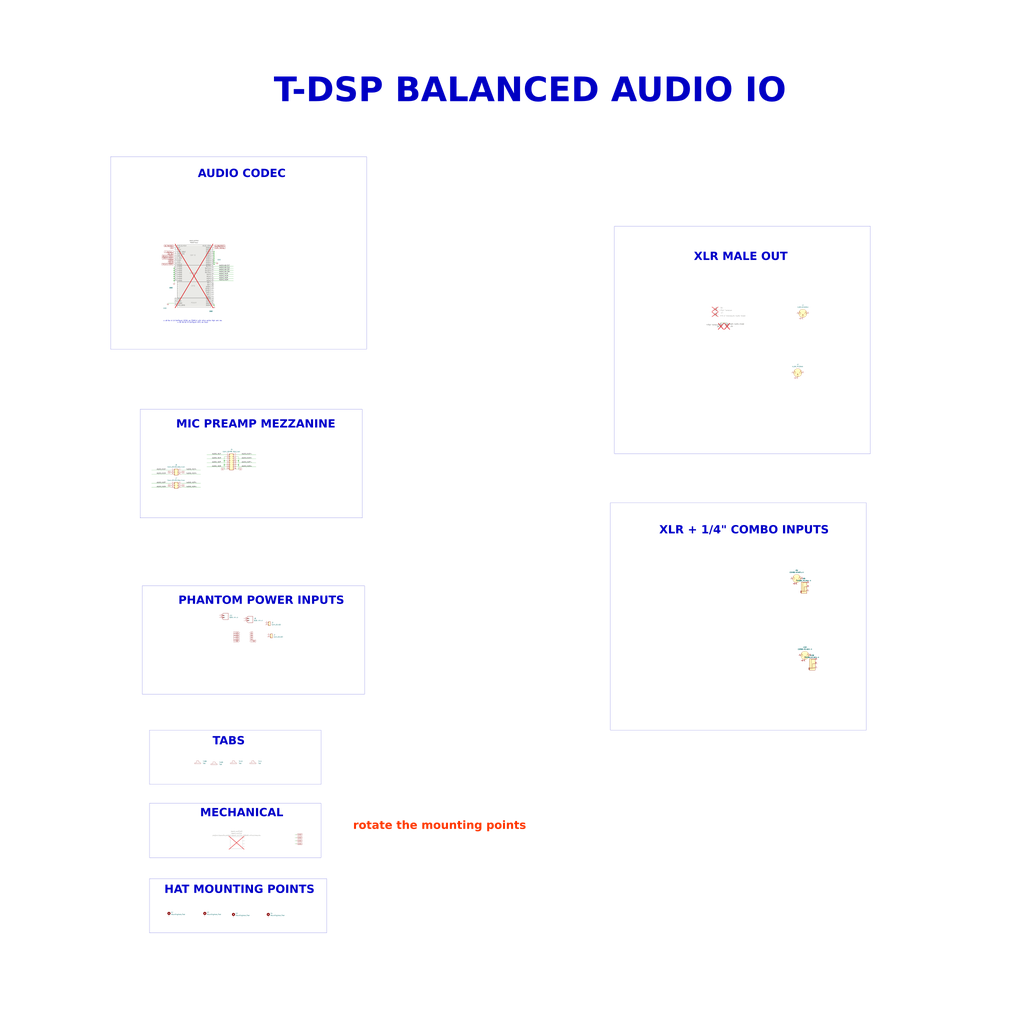
<source format=kicad_sch>
(kicad_sch (version 20250114) (generator "eeschema") (generator_version "9.0")
  (paper "User" 1270 1270)
  (lib_symbols
    (symbol "COMBO_XLR_NCJ6FI-H-0:COMBO_NCJ6FA-H" (pin_names (hide yes))
      (property "Reference" "J" (at 3.81 6.35 0))
      (property "Value" "COMBO_NCJ6FA-H" (at 0 -6.35 0))
      (symbol "COMBO_NCJ6FA-H_1_1"
        (polyline (pts (xy -5.08 0) (xy -4.572 0)))
        (circle (center -3.556 0) (radius 1.016))
        (polyline (pts (xy -2.54 -5.08) (xy -2.54 -4.445)))
        (circle (center 0 0) (radius 5.08) (fill (type background)))
        (circle (center 0 -3.556) (radius 1.016))
        (polyline (pts (xy 0 -5.08) (xy 0 -4.572)))
        (circle (center 3.556 0) (radius 1.016))
        (polyline (pts (xy 5.08 0) (xy 4.572 0)))
        (text "1" (at -3.556 1.778 0) (effects (font (size 1.016 1.016) (bold yes))))
        (text "3" (at 0 -1.778 0) (effects (font (size 1.016 1.016) (bold yes))))
        (text "2" (at 3.556 1.778 0) (effects (font (size 1.016 1.016) (bold yes))))
        (pin passive line (at -7.62 0 0) (length 2.54) (name "~") (number "1"))
        (pin passive line (at -2.54 -7.62 90) (length 2.54) (name "~") (number "G"))
        (pin passive line (at 0 -7.62 90) (length 2.54) (name "~") (number "3"))
        (pin passive line (at 7.62 0 180) (length 2.54) (name "~") (number "2"))
      )
      (symbol "COMBO_NCJ6FA-H_2_0"
        (text "S" (at -3.175 -6.35 0) (effects (font (size 0.762 0.762))))
        (text "R" (at -1.27 -6.35 0) (effects (font (size 0.762 0.762))))
        (text "T" (at 0.635 -6.35 0) (effects (font (size 0.762 0.762))))
      )
      (symbol "COMBO_NCJ6FA-H_2_1"
        (rectangle (start -4.445 -7.62) (end -5.207 -5.08) (fill (type outline)))
        (polyline (pts (xy -1.905 -5.08) (xy -1.27 -5.715) (xy -0.635 -5.08) (xy -0.635 0) (xy 2.54 0)) (stroke (width 0.254)))
        (polyline (pts (xy 0 -5.08) (xy 0.635 -5.715) (xy 1.27 -5.08) (xy 2.54 -5.08)) (stroke (width 0.254)))
        (polyline (pts (xy 2.54 5.08) (xy -2.54 5.08) (xy -2.54 -5.08) (xy -3.175 -5.715) (xy -3.81 -5.08)) (stroke (width 0.254)))
        (rectangle (start 2.54 -8.255) (end -4.572 5.715) (stroke (width 0.254)) (fill (type background)))
        (pin passive line (at 5.08 5.08 180) (length 2.54) (name "~") (number "S"))
        (pin passive line (at 5.08 0 180) (length 2.54) (name "~") (number "R"))
        (pin passive line (at 5.08 -5.08 180) (length 2.54) (name "~") (number "T"))
      )
    )
    (symbol "Connector_Generic:Conn_01x02" (pin_names (offset 1.016) (hide yes))
      (property "Reference" "J" (at 0 2.54 0))
      (property "Value" "Conn_01x02" (at 0 -5.08 0))
      (symbol "Conn_01x02_1_1"
        (rectangle (start -1.27 1.27) (end 1.27 -3.81) (stroke (width 0.254)) (fill (type background)))
        (rectangle (start -1.27 0.127) (end 0 -0.127) (stroke (width 0.1524)))
        (rectangle (start -1.27 -2.413) (end 0 -2.667) (stroke (width 0.1524)))
        (pin passive line (at -5.08 0 0) (length 3.81) (name "Pin_1") (number "1"))
        (pin passive line (at -5.08 -2.54 0) (length 3.81) (name "Pin_2") (number "2"))
      )
    )
    (symbol "Connector_Generic:Conn_02x03_Odd_Even" (pin_names (offset 1.016) (hide yes))
      (property "Reference" "J" (at 1.27 5.08 0))
      (property "Value" "Conn_02x03_Odd_Even" (at 1.27 -5.08 0))
      (symbol "Conn_02x03_Odd_Even_1_1"
        (rectangle (start -1.27 3.81) (end 3.81 -3.81) (stroke (width 0.254)) (fill (type background)))
        (rectangle (start -1.27 2.667) (end 0 2.413) (stroke (width 0.1524)))
        (rectangle (start -1.27 0.127) (end 0 -0.127) (stroke (width 0.1524)))
        (rectangle (start -1.27 -2.413) (end 0 -2.667) (stroke (width 0.1524)))
        (rectangle (start 3.81 2.667) (end 2.54 2.413) (stroke (width 0.1524)))
        (rectangle (start 3.81 0.127) (end 2.54 -0.127) (stroke (width 0.1524)))
        (rectangle (start 3.81 -2.413) (end 2.54 -2.667) (stroke (width 0.1524)))
        (pin passive line (at -5.08 2.54 0) (length 3.81) (name "Pin_1") (number "1"))
        (pin passive line (at -5.08 0 0) (length 3.81) (name "Pin_3") (number "3"))
        (pin passive line (at -5.08 -2.54 0) (length 3.81) (name "Pin_5") (number "5"))
        (pin passive line (at 7.62 2.54 180) (length 3.81) (name "Pin_2") (number "2"))
        (pin passive line (at 7.62 0 180) (length 3.81) (name "Pin_4") (number "4"))
        (pin passive line (at 7.62 -2.54 180) (length 3.81) (name "Pin_6") (number "6"))
      )
    )
    (symbol "Connector_Generic:Conn_02x08_Odd_Even" (pin_names (offset 1.016) (hide yes))
      (property "Reference" "J" (at 1.27 10.16 0))
      (property "Value" "Conn_02x08_Odd_Even" (at 1.27 -12.7 0))
      (symbol "Conn_02x08_Odd_Even_1_1"
        (rectangle (start -1.27 8.89) (end 3.81 -11.43) (stroke (width 0.254)) (fill (type background)))
        (rectangle (start -1.27 7.747) (end 0 7.493) (stroke (width 0.1524)))
        (rectangle (start -1.27 5.207) (end 0 4.953) (stroke (width 0.1524)))
        (rectangle (start -1.27 2.667) (end 0 2.413) (stroke (width 0.1524)))
        (rectangle (start -1.27 0.127) (end 0 -0.127) (stroke (width 0.1524)))
        (rectangle (start -1.27 -2.413) (end 0 -2.667) (stroke (width 0.1524)))
        (rectangle (start -1.27 -4.953) (end 0 -5.207) (stroke (width 0.1524)))
        (rectangle (start -1.27 -7.493) (end 0 -7.747) (stroke (width 0.1524)))
        (rectangle (start -1.27 -10.033) (end 0 -10.287) (stroke (width 0.1524)))
        (rectangle (start 3.81 7.747) (end 2.54 7.493) (stroke (width 0.1524)))
        (rectangle (start 3.81 5.207) (end 2.54 4.953) (stroke (width 0.1524)))
        (rectangle (start 3.81 2.667) (end 2.54 2.413) (stroke (width 0.1524)))
        (rectangle (start 3.81 0.127) (end 2.54 -0.127) (stroke (width 0.1524)))
        (rectangle (start 3.81 -2.413) (end 2.54 -2.667) (stroke (width 0.1524)))
        (rectangle (start 3.81 -4.953) (end 2.54 -5.207) (stroke (width 0.1524)))
        (rectangle (start 3.81 -7.493) (end 2.54 -7.747) (stroke (width 0.1524)))
        (rectangle (start 3.81 -10.033) (end 2.54 -10.287) (stroke (width 0.1524)))
        (pin passive line (at -5.08 7.62 0) (length 3.81) (name "Pin_1") (number "1"))
        (pin passive line (at -5.08 5.08 0) (length 3.81) (name "Pin_3") (number "3"))
        (pin passive line (at -5.08 2.54 0) (length 3.81) (name "Pin_5") (number "5"))
        (pin passive line (at -5.08 0 0) (length 3.81) (name "Pin_7") (number "7"))
        (pin passive line (at -5.08 -2.54 0) (length 3.81) (name "Pin_9") (number "9"))
        (pin passive line (at -5.08 -5.08 0) (length 3.81) (name "Pin_11") (number "11"))
        (pin passive line (at -5.08 -7.62 0) (length 3.81) (name "Pin_13") (number "13"))
        (pin passive line (at -5.08 -10.16 0) (length 3.81) (name "Pin_15") (number "15"))
        (pin passive line (at 7.62 7.62 180) (length 3.81) (name "Pin_2") (number "2"))
        (pin passive line (at 7.62 5.08 180) (length 3.81) (name "Pin_4") (number "4"))
        (pin passive line (at 7.62 2.54 180) (length 3.81) (name "Pin_6") (number "6"))
        (pin passive line (at 7.62 0 180) (length 3.81) (name "Pin_8") (number "8"))
        (pin passive line (at 7.62 -2.54 180) (length 3.81) (name "Pin_10") (number "10"))
        (pin passive line (at 7.62 -5.08 180) (length 3.81) (name "Pin_12") (number "12"))
        (pin passive line (at 7.62 -7.62 180) (length 3.81) (name "Pin_14") (number "14"))
        (pin passive line (at 7.62 -10.16 180) (length 3.81) (name "Pin_16") (number "16"))
      )
    )
    (symbol "Device:C_Polarized" (pin_numbers (hide yes)) (pin_names (offset 0.254))
      (property "Reference" "C" (at 0.635 2.54 0))
      (property "Value" "C_Polarized" (at 0.635 -2.54 0))
      (symbol "C_Polarized_0_1"
        (rectangle (start -2.286 0.508) (end 2.286 1.016))
        (polyline (pts (xy -1.778 2.286) (xy -0.762 2.286)))
        (polyline (pts (xy -1.27 2.794) (xy -1.27 1.778)))
        (rectangle (start 2.286 -0.508) (end -2.286 -1.016) (fill (type outline)))
      )
      (symbol "C_Polarized_1_1"
        (pin passive line (at 0 3.81 270) (length 2.794) (name "~") (number "1"))
        (pin passive line (at 0 -3.81 90) (length 2.794) (name "~") (number "2"))
      )
    )
    (symbol "JST_B2B-XH-A:B2B-XH-A" (pin_names (offset 1.016))
      (property "Reference" "J" (at -2.54 6.35 0))
      (property "Value" "B2B-XH-A" (at -2.54 -5.08 0))
      (symbol "B2B-XH-A_0_0"
        (polyline (pts (xy -3.81 3.81) (xy -3.81 -1.27)) (stroke (width 0.254)))
        (polyline (pts (xy -3.81 3.81) (xy -2.54 5.08)) (stroke (width 0.254)))
        (polyline (pts (xy -3.81 -1.27) (xy -2.54 -2.54)) (stroke (width 0.254)))
        (rectangle (start -3.175 2.2225) (end -1.5875 2.8575) (stroke (width 0.1)) (fill (type outline)))
        (rectangle (start -3.175 -0.3175) (end -1.5875 0.3175) (stroke (width 0.1)) (fill (type outline)))
        (polyline (pts (xy -2.54 -2.54) (xy 3.81 -2.54)) (stroke (width 0.254)))
        (polyline (pts (xy 3.81 5.08) (xy -2.54 5.08)) (stroke (width 0.254)))
        (polyline (pts (xy 3.81 -2.54) (xy 3.81 5.08)) (stroke (width 0.254)))
        (pin passive line (at -7.62 2.54 0) (length 5.08) (name "1") (number "1"))
        (pin passive line (at -7.62 0 0) (length 5.08) (name "2") (number "2"))
      )
    )
    (symbol "Mechanical:MountingHole_Pad" (pin_numbers (hide yes)) (pin_names (offset 1.016) (hide yes)) (in_bom no)
      (property "Reference" "H" (at 0 6.35 0))
      (property "Value" "MountingHole_Pad" (at 0 4.445 0))
      (symbol "MountingHole_Pad_0_1"
        (circle (center 0 1.27) (radius 1.27) (stroke (width 1.27)))
      )
      (symbol "MountingHole_Pad_1_1"
        (pin input line (at 0 -2.54 90) (length 2.54) (name "1") (number "1"))
      )
    )
    (symbol "TEENSY_4.0_PCM5242-rescue:GND-power" (power) (pin_names (offset 0))
      (property "Value" "GND-power" (at 0 -3.81 0))
      (symbol "GND-power_0_1"
        (polyline (pts (xy 0 0) (xy 0 -1.27) (xy 1.27 -1.27) (xy 0 -2.54) (xy -1.27 -1.27) (xy 0 -1.27)))
      )
      (symbol "GND-power_1_1"
        (pin power_in line (at 0 0 270) (length 0) (hide yes) (name "GND") (number "1"))
      )
    )
    (symbol "XLRM_NC3MAH:XLRM_NC3MAH" (pin_names (hide yes))
      (property "Reference" "J" (at 0 8.89 0))
      (property "Value" "XLRM_NC3MAH" (at 0 6.35 0))
      (symbol "XLRM_NC3MAH_0_1"
        (polyline (pts (xy -5.08 0) (xy -4.572 0)))
        (circle (center -3.556 0) (radius 1.016))
        (polyline (pts (xy -2.54 -5.08) (xy -2.54 -4.445)))
        (circle (center 0 0) (radius 5.08) (fill (type background)))
        (circle (center 0 -3.556) (radius 1.016))
        (polyline (pts (xy 0 -5.08) (xy 0 -4.572)))
        (circle (center 3.556 0) (radius 1.016))
        (polyline (pts (xy 5.08 0) (xy 4.572 0)))
        (text "1" (at -3.556 1.778 0) (effects (font (size 1.016 1.016) (bold yes))))
        (text "3" (at 0 -1.778 0) (effects (font (size 1.016 1.016) (bold yes))))
        (text "2" (at 3.556 1.778 0) (effects (font (size 1.016 1.016) (bold yes))))
        (pin passive line (at -7.62 0 0) (length 2.54) (name "~") (number "1"))
        (pin passive line (at 0 -7.62 90) (length 2.54) (name "~") (number "3"))
        (pin passive line (at 7.62 0 180) (length 2.54) (name "~") (number "2"))
      )
      (symbol "XLRM_NC3MAH_1_1"
        (pin passive line (at -2.54 -7.62 90) (length 2.54) (name "~") (number "G"))
      )
    )
    (symbol "global_lib:TAC5212_breakout" (pin_names (offset 1.016))
      (property "Reference" "board_outline1" (at 1.27 46.99 0))
      (property "Value" "board" (at 1.27 44.45 0))
      (symbol "TAC5212_breakout_1_1"
        (rectangle (start -20.32 41.91) (end 21.59 16.51) (stroke (width 0.254)) (fill (type background)))
        (rectangle (start -20.32 40.767) (end -19.05 40.513) (stroke (width 0.1524)))
        (rectangle (start -20.32 38.227) (end -19.05 37.973) (stroke (width 0.1524)))
        (rectangle (start -20.32 35.687) (end -19.05 35.433) (stroke (width 0.1524)))
        (rectangle (start -20.32 33.147) (end -19.05 32.893) (stroke (width 0.1524)))
        (rectangle (start -20.32 30.607) (end -19.05 30.353) (stroke (width 0.1524)))
        (rectangle (start -20.32 28.067) (end -19.05 27.813) (stroke (width 0.1524)))
        (rectangle (start -20.32 25.527) (end -19.05 25.273) (stroke (width 0.1524)))
        (rectangle (start -20.32 22.987) (end -19.05 22.733) (stroke (width 0.1524)))
        (rectangle (start -20.32 20.447) (end -19.05 20.193) (stroke (width 0.1524)))
        (rectangle (start -20.32 17.907) (end -19.05 17.653) (stroke (width 0.1524)))
        (rectangle (start -20.32 16.51) (end 21.59 -3.81) (stroke (width 0.254)) (fill (type background)))
        (rectangle (start -20.32 15.367) (end -19.05 15.113) (stroke (width 0.1524)))
        (rectangle (start -20.32 12.827) (end -19.05 12.573) (stroke (width 0.1524)))
        (rectangle (start -20.32 10.287) (end -19.05 10.033) (stroke (width 0.1524)))
        (rectangle (start -20.32 7.747) (end -19.05 7.493) (stroke (width 0.1524)))
        (rectangle (start -20.32 5.207) (end -19.05 4.953) (stroke (width 0.1524)))
        (rectangle (start -20.32 2.667) (end -19.05 2.413) (stroke (width 0.1524)))
        (rectangle (start -20.32 0.127) (end -19.05 -0.127) (stroke (width 0.1524)))
        (rectangle (start -20.32 -2.413) (end -19.05 -2.667) (stroke (width 0.1524)))
        (rectangle (start -20.32 -3.81) (end 21.59 -24.13) (stroke (width 0.254)) (fill (type background)))
        (rectangle (start -20.32 -4.953) (end -19.05 -5.207) (stroke (width 0.1524)))
        (rectangle (start -20.32 -7.493) (end -19.05 -7.747) (stroke (width 0.1524)))
        (rectangle (start -20.32 -10.033) (end -19.05 -10.287) (stroke (width 0.1524)))
        (rectangle (start -20.32 -12.573) (end -19.05 -12.827) (stroke (width 0.1524)))
        (rectangle (start -20.32 -20.32) (end -19.05 -20.574) (stroke (width 0.1524)))
        (rectangle (start -20.32 -24.13) (end 21.59 -35.56) (stroke (width 0.254)) (fill (type background)))
        (rectangle (start -20.32 -25.4) (end -19.05 -25.654) (stroke (width 0.1524)))
        (rectangle (start -20.32 -27.94) (end -19.05 -28.194) (stroke (width 0.1524)))
        (rectangle (start -20.32 -30.48) (end -19.05 -30.734) (stroke (width 0.1524)))
        (rectangle (start -20.32 -33.02) (end -19.05 -33.274) (stroke (width 0.1524)))
        (rectangle (start -19.05 -15.24) (end -20.32 -15.494) (stroke (width 0.1524)))
        (rectangle (start -19.05 -17.78) (end -20.32 -18.034) (stroke (width 0.1524)))
        (rectangle (start -19.05 -22.86) (end -20.32 -23.114) (stroke (width 0.1524)))
        (rectangle (start 20.32 -25.4) (end 21.59 -25.654) (stroke (width 0.1524)))
        (rectangle (start 20.32 -27.94) (end 21.59 -28.194) (stroke (width 0.1524)))
        (rectangle (start 20.32 -30.48) (end 21.59 -30.734) (stroke (width 0.1524)))
        (rectangle (start 20.32 -33.02) (end 21.59 -33.274) (stroke (width 0.1524)))
        (rectangle (start 21.59 40.64) (end 20.32 40.386) (stroke (width 0.1524)))
        (rectangle (start 21.59 38.1) (end 20.32 37.846) (stroke (width 0.1524)))
        (rectangle (start 21.59 35.56) (end 20.32 35.306) (stroke (width 0.1524)))
        (rectangle (start 21.59 33.02) (end 20.32 32.766) (stroke (width 0.1524)))
        (rectangle (start 21.59 30.48) (end 20.32 30.226) (stroke (width 0.1524)))
        (rectangle (start 21.59 27.94) (end 20.32 27.686) (stroke (width 0.1524)))
        (rectangle (start 21.59 25.4) (end 20.32 25.146) (stroke (width 0.1524)))
        (rectangle (start 21.59 22.86) (end 20.32 22.606) (stroke (width 0.1524)))
        (rectangle (start 21.59 20.32) (end 20.32 20.066) (stroke (width 0.1524)))
        (rectangle (start 21.59 17.78) (end 20.32 17.526) (stroke (width 0.1524)))
        (rectangle (start 21.59 15.24) (end 20.32 14.986) (stroke (width 0.1524)))
        (rectangle (start 21.59 12.7) (end 20.32 12.446) (stroke (width 0.1524)))
        (rectangle (start 21.59 10.16) (end 20.32 9.906) (stroke (width 0.1524)))
        (rectangle (start 21.59 7.62) (end 20.32 7.366) (stroke (width 0.1524)))
        (rectangle (start 21.59 5.08) (end 20.32 4.826) (stroke (width 0.1524)))
        (rectangle (start 21.59 2.54) (end 20.32 2.286) (stroke (width 0.1524)))
        (rectangle (start 21.59 0) (end 20.32 -0.254) (stroke (width 0.1524)))
        (rectangle (start 21.59 -2.54) (end 20.32 -2.794) (stroke (width 0.1524)))
        (text "DSP IO" (at -0.762 28.956 0) (effects (font (size 1.27 1.27))))
        (text "GPIO" (at -0.508 -9.144 0) (effects (font (size 1.27 1.27))))
        (text "Analog IO" (at 0 6.858 0) (effects (font (size 1.27 1.27))))
        (text "POWER" (at 0.254 -29.972 0) (effects (font (size 1.27 1.27))))
        (pin passive line (at -24.13 40.64 0) (length 3.81) (name "HELD_HIGH") (number "1"))
        (pin passive line (at -24.13 38.1 0) (length 3.81) (name "5V") (number "3"))
        (pin passive line (at -24.13 35.56 0) (length 3.81) (name "12V") (number "5"))
        (pin passive line (at -24.13 33.02 0) (length 3.81) (name "DSP_DOUT") (number "7"))
        (pin passive line (at -24.13 30.48 0) (length 3.81) (name "DSP_DIN") (number "9"))
        (pin passive line (at -24.13 27.94 0) (length 3.81) (name "BCLK") (number "11"))
        (pin passive line (at -24.13 25.4 0) (length 3.81) (name "LRCK") (number "13"))
        (pin passive line (at -24.13 22.86 0) (length 3.81) (name "SDA") (number "15"))
        (pin passive line (at -24.13 20.32 0) (length 3.81) (name "SCL") (number "17"))
        (pin passive line (at -24.13 17.78 0) (length 3.81) (name "MCLK") (number "19"))
        (pin passive line (at -24.13 15.24 0) (length 3.81) (name "AGND") (number "22"))
        (pin passive line (at -24.13 12.7 0) (length 3.81) (name "AGND") (number "24"))
        (pin passive line (at -24.13 10.16 0) (length 3.81) (name "AGND") (number "26"))
        (pin passive line (at -24.13 7.62 0) (length 3.81) (name "AGND") (number "28"))
        (pin passive line (at -24.13 5.08 0) (length 3.81) (name "AGND") (number "30"))
        (pin passive line (at -24.13 2.54 0) (length 3.81) (name "AGND") (number "32"))
        (pin passive line (at -24.13 0 0) (length 3.81) (name "AGND") (number "34"))
        (pin passive line (at -24.13 -2.54 0) (length 3.81) (name "AGND") (number "36"))
        (pin passive line (at -24.13 -25.4 0) (length 3.81) (name "5V") (number "45"))
        (pin passive line (at -24.13 -27.94 0) (length 3.81) (name "3.3V") (number "46"))
        (pin passive line (at -24.13 -30.48 0) (length 3.81) (name "GNDD") (number "47"))
        (pin passive line (at -24.13 -33.02 0) (length 3.81) (name "MIC_BIAS") (number "48"))
        (pin passive line (at 25.4 40.64 180) (length 3.81) (name "HELD_LOW") (number "2"))
        (pin passive line (at 25.4 38.1 180) (length 3.81) (name "GNDD") (number "4"))
        (pin passive line (at 25.4 35.56 180) (length 3.81) (name "GNDD") (number "6"))
        (pin passive line (at 25.4 33.02 180) (length 3.81) (name "GNDD") (number "8"))
        (pin passive line (at 25.4 30.48 180) (length 3.81) (name "GNDD") (number "10"))
        (pin passive line (at 25.4 27.94 180) (length 3.81) (name "GNDD") (number "12"))
        (pin passive line (at 25.4 25.4 180) (length 3.81) (name "GNDD") (number "14"))
        (pin passive line (at 25.4 22.86 180) (length 3.81) (name "GNDD") (number "16"))
        (pin passive line (at 25.4 20.32 180) (length 3.81) (name "GNDD") (number "18"))
        (pin passive line (at 25.4 17.78 180) (length 3.81) (name "GNDD") (number "20"))
        (pin passive line (at 25.4 15.24 180) (length 3.81) (name "OUTP") (number "21"))
        (pin passive line (at 25.4 12.7 180) (length 3.81) (name "OUT1M") (number "23"))
        (pin passive line (at 25.4 10.16 180) (length 3.81) (name "OUT2P") (number "25"))
        (pin passive line (at 25.4 7.62 180) (length 3.81) (name "OUT2M") (number "27"))
        (pin passive line (at 25.4 5.08 180) (length 3.81) (name "IN1P") (number "29"))
        (pin passive line (at 25.4 2.54 180) (length 3.81) (name "IN1M") (number "31"))
        (pin passive line (at 25.4 0 180) (length 3.81) (name "IN2P") (number "33"))
        (pin passive line (at 25.4 -2.54 180) (length 3.81) (name "IN2M") (number "35"))
        (pin passive line (at 25.4 -5.08 180) (length 3.81) (name "SCL") (number "37"))
        (pin passive line (at 25.4 -7.62 180) (length 3.81) (name "SDA") (number "38"))
        (pin passive line (at 25.4 -10.16 180) (length 3.81) (name "GNDD") (number "39"))
        (pin passive line (at 25.4 -12.7 180) (length 3.81) (name "GPIO1") (number "40"))
        (pin passive line (at 25.4 -15.24 180) (length 3.81) (name "GPIO2") (number "41"))
        (pin passive line (at 25.4 -17.78 180) (length 3.81) (name "GPO1") (number "42"))
        (pin passive line (at 25.4 -20.32 180) (length 3.81) (name "GPI1") (number "43"))
        (pin passive line (at 25.4 -22.86 180) (length 3.81) (name "GNDD") (number "44"))
        (pin passive line (at 25.4 -25.4 180) (length 3.81) (name "AGND") (number "49"))
        (pin passive line (at 25.4 -27.94 180) (length 3.81) (name "AGND") (number "50"))
        (pin passive line (at 25.4 -30.48 180) (length 3.81) (name "DGND") (number "51"))
        (pin passive line (at 25.4 -33.02 180) (length 3.81) (name "DGND") (number "52"))
      )
    )
    (symbol "kikit:Tab" (in_bom no)
      (property "Reference" "T" (at 0 3.81 0))
      (property "Value" "Tab" (at 0 -2.54 0))
      (symbol "Tab_0_1"
        (polyline (pts (xy -3.81 0) (xy -2.54 0)) (stroke (width 0.1524)))
        (polyline (pts (xy -3.81 0) (xy -3.81 -1.27) (xy 3.81 -1.27) (xy 3.81 0)) (stroke (width 0.1524)))
        (arc (start -1.27 1.27) (mid -1.642 0.372) (end -2.54 0) (stroke (width 0.1524)))
        (circle (center -1.524 0) (radius 0.0762) (stroke (width 0.1524)))
        (polyline (pts (xy -1.27 1.27) (xy -1.27 2.54)) (stroke (width 0.1524)))
        (circle (center -1.016 0) (radius 0.0762) (stroke (width 0.1524)))
        (circle (center -0.508 0) (radius 0.0762) (stroke (width 0.1524)))
        (circle (center 0 0) (radius 0.0762) (stroke (width 0.1524)))
        (circle (center 0.508 0) (radius 0.0762) (stroke (width 0.1524)))
        (circle (center 1.016 0) (radius 0.0762) (stroke (width 0.1524)))
        (polyline (pts (xy 1.27 2.54) (xy -1.27 2.54)) (stroke (width 0.1524)))
        (polyline (pts (xy 1.27 1.27) (xy 1.27 2.54)) (stroke (width 0.1524)))
        (arc (start 1.27 1.27) (mid 2.168 0.898) (end 2.54 0) (stroke (width 0.1524)))
        (circle (center 1.524 0) (radius 0.0762) (stroke (width 0.1524)))
        (polyline (pts (xy 2.54 0) (xy 3.81 0)) (stroke (width 0.1524)))
      )
    )
    (symbol "project_lil_2:audio_project_board" (pin_numbers (hide yes)) (pin_names (offset 0.762) (hide yes))
      (property "Reference" "board_outline1" (at 0 10.414 0))
      (property "Value" "board_outline" (at 0 7.874 0))
      (property "Footprint" "project_fp:audio_project_board_outline_100x120" (at 0 5.334 0))
      (symbol "audio_project_board_0_1"
        (rectangle (start -7.62 3.81) (end 7.62 -11.43))
      )
      (symbol "audio_project_board_1_1"
        (pin input line (at 10.16 2.54 180) (length 2.54) (name "GND") (number "1"))
        (pin input line (at 10.16 -1.27 180) (length 2.54) (name "GND") (number "2"))
        (pin input line (at 10.16 -5.08 180) (length 2.54) (name "GND") (number "3"))
        (pin input line (at 10.16 -8.89 180) (length 2.54) (name "GND") (number "4"))
      )
    )
  )
  (rectangle (start 137.16 194.31) (end 454.66 433.07))
  (rectangle (start 185.42 1089.66) (end 405.13 1156.97))
  (rectangle (start 173.736 507.746) (end 449.326 642.366))
  (rectangle (start 762 280.67) (end 1079.5 562.61))
  (rectangle (start 185.42 905.51) (end 398.145 972.82))
  (rectangle (start 756.92 623.57) (end 1074.42 905.51))
  (rectangle (start 176.53 726.44) (end 452.12 861.06))
  (rectangle (start 185.42 996.315) (end 398.145 1063.625))
  (text "XLR MALE OUT" (at 860.552 326.898 0) (effects (font (size 10 10) (thickness 0.4013) (bold yes)) (justify left bottom)))
  (text "w a0 0a 41 # Configure GPIO1 as PDMCLK with drive active high and low\nw a0 0d 02 # Configure GPI1 as input" (at 239.014 398.78 0) (effects (font (size 1.27 1.27))))
  (text "rotate the mounting points" (at 437.896 1032.51 0) (effects (font (size 10 10) (thickness 0.4013) (bold yes)) (justify left bottom)))
  (text "MIC PREAMP MEZZANINE" (at 218.44 534.67 0) (effects (font (size 10 10) (thickness 0.4013) (bold yes)) (justify left bottom)))
  (text "AUDIO CODEC" (at 245.364 224.028 0) (effects (font (size 10 10) (thickness 0.4013) (bold yes)) (justify left bottom)))
  (text "MECHANICAL" (at 248.158 1016.762 0) (effects (font (size 10 10) (thickness 0.4013) (bold yes)) (justify left bottom)))
  (text "XLR + 1/4\" COMBO INPUTS" (at 817.626 665.988 0) (effects (font (size 10 10) (thickness 0.4013) (bold yes)) (justify left bottom)))
  (text "TABS" (at 263.652 927.608 0) (effects (font (size 10 10) (thickness 0.4013) (bold yes)) (justify left bottom)))
  (text "HAT MOUNTING POINTS" (at 203.835 1111.885 0) (effects (font (size 10 10) (thickness 0.4013) (bold yes)) (justify left bottom)))
  (text "T-DSP BALANCED AUDIO IO" (at 339.598 138.43 0) (effects (font (size 30 30) (thickness 1.0008) (bold yes)) (justify left bottom)))
  (text "PHANTOM POWER INPUTS" (at 221.234 753.364 0) (effects (font (size 10 10) (thickness 0.4013) (bold yes)) (justify left bottom)))
  (junction (at 215.9 335.28))
  (junction (at 215.9 332.74))
  (junction (at 265.43 314.96))
  (junction (at 278.13 576.58))
  (junction (at 295.91 571.5))
  (junction (at 265.43 327.66))
  (junction (at 265.43 325.12))
  (junction (at 265.43 317.5))
  (junction (at 278.13 571.5))
  (junction (at 215.9 337.82))
  (junction (at 215.9 347.98))
  (junction (at 295.91 576.58))
  (junction (at 265.43 320.04))
  (junction (at 265.43 322.58))
  (junction (at 215.9 345.44))
  (junction (at 215.9 340.36))
  (junction (at 215.9 342.9))
  (junction (at 265.43 378.46))
  (junction (at 265.43 312.42))
  (wire (pts (xy 265.43 340.36) (xy 289.56 340.36)))
  (wire (pts (xy 278.13 576.58) (xy 280.67 576.58)))
  (wire (pts (xy 278.13 571.5) (xy 280.67 571.5)))
  (wire (pts (xy 187.96 582.93) (xy 212.09 582.93)))
  (wire (pts (xy 293.37 571.5) (xy 295.91 571.5)))
  (wire (pts (xy 265.43 312.42) (xy 265.43 314.96)))
  (wire (pts (xy 295.91 576.58) (xy 295.91 581.66)))
  (wire (pts (xy 187.96 599.44) (xy 212.09 599.44)))
  (wire (pts (xy 293.37 568.96) (xy 317.5 568.96)))
  (wire (pts (xy 265.43 330.2) (xy 289.56 330.2)))
  (wire (pts (xy 208.28 375.92) (xy 215.9 375.92)))
  (wire (pts (xy 256.54 568.96) (xy 280.67 568.96)))
  (wire (pts (xy 265.43 317.5) (xy 265.43 320.04)))
  (wire (pts (xy 215.9 350.52) (xy 215.9 347.98)))
  (wire (pts (xy 266.7 325.12) (xy 266.7 327.66)))
  (wire (pts (xy 265.43 345.44) (xy 289.56 345.44)))
  (wire (pts (xy 265.43 378.46) (xy 265.43 375.92)))
  (wire (pts (xy 293.37 563.88) (xy 317.5 563.88)))
  (wire (pts (xy 295.91 566.42) (xy 295.91 571.5)))
  (wire (pts (xy 295.91 581.66) (xy 293.37 581.66)))
  (wire (pts (xy 265.43 337.82) (xy 289.56 337.82)))
  (wire (pts (xy 265.43 325.12) (xy 265.43 327.66)))
  (wire (pts (xy 215.9 345.44) (xy 215.9 342.9)))
  (wire (pts (xy 256.54 563.88) (xy 280.67 563.88)))
  (wire (pts (xy 187.96 604.52) (xy 212.09 604.52)))
  (wire (pts (xy 293.37 574.04) (xy 317.5 574.04)))
  (wire (pts (xy 278.13 571.5) (xy 278.13 576.58)))
  (wire (pts (xy 295.91 571.5) (xy 295.91 576.58)))
  (wire (pts (xy 187.96 588.01) (xy 212.09 588.01)))
  (wire (pts (xy 215.9 332.74) (xy 215.9 330.2)))
  (wire (pts (xy 256.54 579.12) (xy 280.67 579.12)))
  (wire (pts (xy 215.9 337.82) (xy 215.9 335.28)))
  (wire (pts (xy 894.08 400.05) (xy 901.7 400.05)))
  (wire (pts (xy 368.3 1038.86) (xy 365.76 1038.86)))
  (wire (pts (xy 266.7 325.12) (xy 269.24 325.12)))
  (wire (pts (xy 265.43 335.28) (xy 289.56 335.28)))
  (wire (pts (xy 368.3 1035.05) (xy 365.76 1035.05)))
  (wire (pts (xy 265.43 309.88) (xy 265.43 312.42)))
  (wire (pts (xy 265.43 379.73) (xy 265.43 378.46)))
  (wire (pts (xy 278.13 576.58) (xy 278.13 581.66)))
  (wire (pts (xy 293.37 576.58) (xy 295.91 576.58)))
  (wire (pts (xy 293.37 579.12) (xy 317.5 579.12)))
  (wire (pts (xy 265.43 347.98) (xy 289.56 347.98)))
  (wire (pts (xy 280.67 566.42) (xy 278.13 566.42)))
  (wire (pts (xy 278.13 566.42) (xy 278.13 571.5)))
  (wire (pts (xy 215.9 347.98) (xy 215.9 345.44)))
  (wire (pts (xy 224.79 599.44) (xy 248.92 599.44)))
  (wire (pts (xy 224.79 582.93) (xy 248.92 582.93)))
  (wire (pts (xy 265.43 332.74) (xy 289.56 332.74)))
  (wire (pts (xy 368.3 1042.67) (xy 365.76 1042.67)))
  (wire (pts (xy 256.54 574.04) (xy 280.67 574.04)))
  (wire (pts (xy 215.9 340.36) (xy 215.9 337.82)))
  (wire (pts (xy 293.37 566.42) (xy 295.91 566.42)))
  (wire (pts (xy 368.3 1046.48) (xy 365.76 1046.48)))
  (wire (pts (xy 215.9 342.9) (xy 215.9 340.36)))
  (wire (pts (xy 215.9 335.28) (xy 215.9 332.74)))
  (wire (pts (xy 265.43 314.96) (xy 265.43 317.5)))
  (wire (pts (xy 224.79 588.01) (xy 248.92 588.01)))
  (wire (pts (xy 224.79 604.52) (xy 248.92 604.52)))
  (wire (pts (xy 266.7 327.66) (xy 265.43 327.66)))
  (wire (pts (xy 265.43 320.04) (xy 265.43 322.58)))
  (wire (pts (xy 265.43 322.58) (xy 265.43 325.12)))
  (wire (pts (xy 265.43 342.9) (xy 289.56 342.9)))
  (wire (pts (xy 278.13 581.66) (xy 280.67 581.66)))
  (label "AUDIO_IN1P+" (at 231.14 582.93 0))
  (label "AUDIO_IN2P+" (at 231.14 599.44 0))
  (label "AUDIO_OUT1P" (at 271.78 330.2 0))
  (label "AUDIO_IN1M+" (at 299.72 568.96 0))
  (label "AUDIO_IN1M" (at 194.31 588.01 0))
  (label "AUDIO_OUT2M" (at 271.78 337.82 0))
  (label "AUDIO_IN2P" (at 194.31 599.44 0))
  (label "AUDIO_IN2P+" (at 299.72 574.04 0))
  (label "AUDIO_IN2M+" (at 231.14 604.52 0))
  (label "AUDIO_IN2M" (at 194.31 604.52 0))
  (label "AUDIO_IN2M" (at 262.89 579.12 0))
  (label "AUDIO_IN2M" (at 271.78 347.98 0))
  (label "AUDIO_OUT1M" (at 271.78 332.74 0))
  (label "AUDIO_IN1P" (at 194.31 582.93 0))
  (label "AUDIO_IN1M+" (at 231.14 588.01 0))
  (label "AUDIO_IN2P" (at 271.78 345.44 0))
  (label "AUDIO_IN2M+" (at 299.72 579.12 0))
  (label "AUDIO_IN1P+" (at 299.72 563.88 0))
  (label "AUDIO_OUT2P" (at 271.78 335.28 0))
  (label "AUDIO_IN2P" (at 262.89 574.04 0))
  (label "AUDIO_IN1P" (at 271.78 340.36 0))
  (label "AUDIO_IN1P" (at 262.89 563.88 0))
  (label "AUDIO_IN1M" (at 271.78 342.9 0))
  (label "AUDIO_IN1M" (at 262.89 568.96 0))
  (global_label "GND" (shape input) (at 368.3 1038.86 0) (property "Intersheetrefs" "${INTERSHEET_REFS}" (effects (hide yes))))
  (global_label "-12V" (shape input) (at 297.18 792.48 180) (property "Intersheetrefs" "${INTERSHEET_REFS}" (effects (hide yes))))
  (global_label "MCLK1+TDM1" (shape input) (at 215.9 327.66 180) (property "Intersheetrefs" "${INTERSHEET_REFS}" (effects (hide yes))))
  (global_label "G" (shape input) (at 309.88 784.86 0) (property "Intersheetrefs" "${INTERSHEET_REFS}" (effects (hide yes))))
  (global_label "G" (shape input) (at 278.13 581.66 180) (property "Intersheetrefs" "${INTERSHEET_REFS}" (effects (hide yes))))
  (global_label "+48V" (shape input) (at 309.88 795.02 0) (property "Intersheetrefs" "${INTERSHEET_REFS}" (effects (hide yes))))
  (global_label "34_RX8_RESET2" (shape input) (at 265.43 304.8 0) (effects (font (size 1 1))) (property "Intersheetrefs" "${INTERSHEET_REFS}" (effects (hide yes))))
  (global_label "+12V" (shape input) (at 297.18 787.4 180) (property "Intersheetrefs" "${INTERSHEET_REFS}" (effects (hide yes))))
  (global_label "35_TX8_RESET" (shape input) (at 215.9 304.8 180) (effects (font (size 1 1))) (property "Intersheetrefs" "${INTERSHEET_REFS}" (effects (hide yes))))
  (global_label "BCLK1+TDM1" (shape input) (at 215.9 317.5 180) (property "Intersheetrefs" "${INTERSHEET_REFS}" (effects (hide yes))))
  (global_label "-12V" (shape input) (at 297.18 789.94 180) (property "Intersheetrefs" "${INTERSHEET_REFS}" (effects (hide yes))))
  (global_label "3.3V Teensy" (shape input) (at 265.43 307.34 0) (property "Intersheetrefs" "${INTERSHEET_REFS}" (effects (hide yes))))
  (global_label "8_IN1" (shape input) (at 215.9 314.96 180) (property "Intersheetrefs" "${INTERSHEET_REFS}" (effects (hide yes))))
  (global_label "G" (shape input) (at 295.91 581.66 0) (property "Intersheetrefs" "${INTERSHEET_REFS}" (effects (hide yes))))
  (global_label "GND" (shape input) (at 368.3 1046.48 0) (property "Intersheetrefs" "${INTERSHEET_REFS}" (effects (hide yes))))
  (global_label "LRCK1+TDM1" (shape input) (at 215.9 320.04 180) (property "Intersheetrefs" "${INTERSHEET_REFS}" (effects (hide yes))))
  (global_label "+12V" (shape input) (at 297.18 784.86 180) (property "Intersheetrefs" "${INTERSHEET_REFS}" (effects (hide yes))))
  (global_label "G" (shape input) (at 212.09 601.98 180) (property "Intersheetrefs" "${INTERSHEET_REFS}" (effects (hide yes))))
  (global_label "G" (shape input) (at 309.88 792.48 0) (property "Intersheetrefs" "${INTERSHEET_REFS}" (effects (hide yes))))
  (global_label "G" (shape input) (at 224.79 585.47 0) (property "Intersheetrefs" "${INTERSHEET_REFS}" (effects (hide yes))))
  (global_label "5V" (shape input) (at 215.9 307.34 180) (property "Intersheetrefs" "${INTERSHEET_REFS}" (effects (hide yes))))
  (global_label "7_OUT1A+" (shape input) (at 215.9 312.42 180) (property "Intersheetrefs" "${INTERSHEET_REFS}" (effects (hide yes))))
  (global_label "G" (shape input) (at 309.88 789.94 0) (property "Intersheetrefs" "${INTERSHEET_REFS}" (effects (hide yes))))
  (global_label "G" (shape input) (at 212.09 585.47 180) (property "Intersheetrefs" "${INTERSHEET_REFS}" (effects (hide yes))))
  (global_label "GND" (shape input) (at 368.3 1035.05 0) (property "Intersheetrefs" "${INTERSHEET_REFS}" (effects (hide yes))))
  (global_label "GND" (shape input) (at 368.3 1042.67 0) (property "Intersheetrefs" "${INTERSHEET_REFS}" (effects (hide yes))))
  (global_label "G" (shape input) (at 224.79 601.98 0) (property "Intersheetrefs" "${INTERSHEET_REFS}" (effects (hide yes))))
  (global_label "SCL0" (shape input) (at 215.9 325.12 180) (property "Intersheetrefs" "${INTERSHEET_REFS}" (effects (hide yes))))
  (global_label "+48V" (shape input) (at 297.18 795.02 180) (property "Intersheetrefs" "${INTERSHEET_REFS}" (effects (hide yes))))
  (global_label "G" (shape input) (at 309.88 787.4 0) (property "Intersheetrefs" "${INTERSHEET_REFS}" (effects (hide yes))))
  (global_label "SDA0" (shape input) (at 215.9 322.58 180) (property "Intersheetrefs" "${INTERSHEET_REFS}" (effects (hide yes))))
  (symbol (lib_id "kikit:Tab") (at 245.11 946.15 0) (unit 1) (in_bom no)
    (property "Reference" "T108" (at 251.46 944.2449 0) (effects (justify left)))
    (property "Value" "Tab" (at 251.46 946.7849 0) (effects (justify left)))
    (property "Footprint" "kikit:Tab" (effects (hide yes)))
    (property "Description" "KiKit tab annotations" (effects (hide yes)))
  )
  (symbol (lib_id "Device:C_Polarized") (at 887.73 389.89 90) (unit 1) (dnp yes)
    (property "Reference" "C7" (at 896.874 388.112 90) (effects (justify left)))
    (property "Value" "470 uF Electrolytic Audio-Grade" (at 924.56 391.668 90) (effects (justify left)))
    (property "Footprint" "project_fp:CP_Radial_D10.0mm_P5.00mm_AND_D8.0mm_P3.5mm" (effects (hide yes)))
    (property "Description" "Polarized capacitor" (effects (hide yes)))
    (property "Package / Case" "RADIAL D10-P5 OR D8-P3.5 OR 1206 TANT" (effects (hide yes)))
    (property "LCSC" "C2064" (effects (hide yes)))
    (property "LCSC TYPE" "TH-CAP" (effects (hide yes)))
  )
  (symbol (lib_id "Device:C_Polarized") (at 894.08 403.86 180) (unit 1) (in_bom no) (on_board no) (dnp yes)
    (property "Reference" "C8" (at 891.7432 405.0284 0) (effects (justify left)))
    (property "Value" "470uF Tantalum" (at 891.7432 402.717 0) (effects (justify left)))
    (property "Footprint" "Capacitor_Tantalum_SMD:CP_EIA-7343-15_Kemet-W_HandSolder" (effects (hide yes)))
    (property "Description" "Polarized capacitor" (effects (hide yes)))
    (property "LCSC TYPE" "SMD DNP" (effects (hide yes)))
  )
  (symbol (lib_id "kikit:Tab") (at 289.56 946.15 0) (unit 1) (in_bom no)
    (property "Reference" "T110" (at 295.91 944.2449 0) (effects (justify left)))
    (property "Value" "Tab" (at 295.91 946.7849 0) (effects (justify left)))
    (property "Footprint" "kikit:Tab" (effects (hide yes)))
    (property "Description" "KiKit tab annotations" (effects (hide yes)))
  )
  (symbol (lib_id "XLRM_NC3MAH:XLRM_NC3MAH") (at 995.68 388.62 0) (unit 1)
    (property "Reference" "J1" (at 995.68 378.46 0))
    (property "Value" "XLRM_NC3MAH" (at 995.68 381 0))
    (property "Footprint" "project_fp:XLRM_NC3MAH" (effects (hide yes)))
  )
  (symbol (lib_id "Mechanical:MountingHole_Pad") (at 209.55 1134.11 0) (unit 1) (in_bom no) (on_board no)
    (property "Reference" "H1" (at 212.09 1131.5699 0) (effects (justify left)))
    (property "Value" "MountingHole_Pad" (at 212.09 1134.1099 0) (effects (justify left)))
    (property "Footprint" "MountingHole:MountingHole_3.2mm_M3_DIN965_Pad" (effects (hide yes)))
    (property "Description" "Mounting Hole with connection" (effects (hide yes)))
  )
  (symbol (lib_id "Connector_Generic:Conn_01x02") (at 336.55 787.4 0) (unit 1)
    (property "Reference" "J4" (at 339.09 787.3999 0) (effects (justify left)))
    (property "Value" "Conn_01x02" (at 339.09 789.9399 0) (effects (justify left)))
    (property "Footprint" "Connector_JST:JST_XH_B2B-XH-AM_1x02_P2.50mm_Vertical" (effects (hide yes)))
    (property "Description" "Generic connector, single row, 01x02, script generated (kicad-library-utils/schlib/autogen/connector/)" (effects (hide yes)))
  )
  (symbol (lib_id "kikit:Tab") (at 265.43 947.42 0) (unit 1) (in_bom no)
    (property "Reference" "T109" (at 271.78 945.5149 0) (effects (justify left)))
    (property "Value" "Tab" (at 271.78 948.0549 0) (effects (justify left)))
    (property "Footprint" "kikit:Tab" (effects (hide yes)))
    (property "Description" "KiKit tab annotations" (effects (hide yes)))
  )
  (symbol (lib_id "JST_B2B-XH-A:B2B-XH-A") (at 309.88 769.62 0) (unit 1)
    (property "Reference" "J8" (at 314.96 767.0799 0) (effects (justify left)))
    (property "Value" "B2B-XH-A" (at 314.96 769.6199 0) (effects (justify left)))
    (property "Footprint" "project_fp:JST_B2B-XH-A" (effects (hide yes)))
    (property "PARTREV" "N/A" (effects (hide yes)))
    (property "STANDARD" "Manufacturer Recommendations" (effects (hide yes)))
    (property "MAXIMUM_PACKAGE_HEIGHT" "7 mm" (effects (hide yes)))
    (property "MANUFACTURER" "JST Sales America Inc." (effects (hide yes)))
  )
  (symbol (lib_id "global_lib:TAC5212_breakout") (at 240.03 345.44 0) (unit 1) (in_bom no) (dnp yes)
    (property "Reference" "board_outline1" (at 240.665 298.45 0) (effects (font (size 1 1))))
    (property "Value" "TAC5212 Module" (at 240.665 300.99 0) (effects (font (size 0.8 0.8))))
    (property "Footprint" "project_fp:audio_module_board_outline_50x34.5_d1_mod" (effects (hide yes)))
    (property "Description" "Generic connector, double row, 02x33, odd/even pin numbering scheme (row 1 odd numbers, row 2 even numbers), script generated (kicad-library-utils/schlib/autogen/connector/)" (effects (hide yes)))
    (property "Package / Case" "board" (effects (hide yes)))
    (property "LCSC TYPE" "PCB" (effects (hide yes)))
  )
  (symbol (lib_id "Connector_Generic:Conn_01x02") (at 334.01 772.16 0) (unit 1)
    (property "Reference" "J3" (at 336.55 772.1599 0) (effects (justify left)))
    (property "Value" "Conn_01x02" (at 336.55 774.6999 0) (effects (justify left)))
    (property "Footprint" "Connector_JST:JST_XH_B2B-XH-AM_1x02_P2.50mm_Vertical" (effects (hide yes)))
    (property "Description" "Generic connector, single row, 01x02, script generated (kicad-library-utils/schlib/autogen/connector/)" (effects (hide yes)))
  )
  (symbol (lib_id "kikit:Tab") (at 313.69 946.15 0) (unit 1) (in_bom no)
    (property "Reference" "T111" (at 320.04 944.2449 0) (effects (justify left)))
    (property "Value" "Tab" (at 320.04 946.7849 0) (effects (justify left)))
    (property "Footprint" "kikit:Tab" (effects (hide yes)))
    (property "Description" "KiKit tab annotations" (effects (hide yes)))
  )
  (symbol (lib_id "TEENSY_4.0_PCM5242-rescue:GND-power") (at 265.43 379.73 0) (unit 1)
    (property "Reference" "#PWR011" (effects (hide yes)))
    (property "Value" "GND" (at 261.62 386.08 0))
  )
  (symbol (lib_id "project_lil_2:audio_project_board") (at 293.37 1041.4 0) (unit 1) (in_bom no) (dnp yes)
    (property "Reference" "board_outline3" (at 293.37 1030.986 0))
    (property "Value" "board_outline" (at 293.37 1033.526 0))
    (property "Footprint" "project_fp:audio_project_board_outline_100x50_minus4mounts" (at 293.37 1036.066 0))
    (property "Digikey" "-" (effects (hide yes)))
    (property "Manufacturer" "-" (effects (hide yes)))
    (property "Manufacturer_Part_Number" "~BOARD" (effects (hide yes)))
    (property "Package / Case" "board" (effects (hide yes)))
    (property "LCSC TYPE" "PCB" (effects (hide yes)))
  )
  (symbol (lib_id "TEENSY_4.0_PCM5242-rescue:GND-power") (at 215.9 350.52 0) (unit 1)
    (property "Reference" "#PWR010" (effects (hide yes)))
    (property "Value" "GND" (at 212.09 356.87 0))
  )
  (symbol (lib_id "TEENSY_4.0_PCM5242-rescue:GND-power") (at 208.28 375.92 0) (unit 1)
    (property "Reference" "#PWR09" (effects (hide yes)))
    (property "Value" "GND" (at 204.47 382.27 0))
  )
  (symbol (lib_id "Mechanical:MountingHole_Pad") (at 332.74 1135.38 0) (unit 1) (in_bom no) (on_board no)
    (property "Reference" "H4" (at 335.28 1132.8399 0) (effects (justify left)))
    (property "Value" "MountingHole_Pad" (at 335.28 1135.3799 0) (effects (justify left)))
    (property "Footprint" "MountingHole:MountingHole_3.2mm_M3_DIN965_Pad" (effects (hide yes)))
    (property "Description" "Mounting Hole with connection" (effects (hide yes)))
  )
  (symbol (lib_id "XLRM_NC3MAH:XLRM_NC3MAH") (at 989.33 462.28 0) (unit 1)
    (property "Reference" "J2" (at 989.33 452.12 0))
    (property "Value" "XLRM_NC3MAH" (at 989.33 454.66 0))
    (property "Footprint" "project_fp:XLRM_NC3MAH" (effects (hide yes)))
  )
  (symbol (lib_id "COMBO_XLR_NCJ6FI-H-0:COMBO_NCJ6FA-H") (at 998.22 727.71 0) (unit 2)
    (property "Reference" "J9" (at 996.95 717.55 0))
    (property "Value" "COMBO_NCJ6FA-H" (at 996.95 720.09 0))
    (property "Footprint" "project_fp:COMBO_XLR_NCJ6FI-H" (effects (hide yes)))
  )
  (symbol (lib_id "COMBO_XLR_NCJ6FI-H-0:COMBO_NCJ6FA-H") (at 1008.38 822.96 0) (unit 2)
    (property "Reference" "J10" (at 1007.11 812.8 0))
    (property "Value" "COMBO_NCJ6FA-H" (at 1007.11 815.34 0))
    (property "Footprint" "project_fp:COMBO_XLR_NCJ6FI-H" (effects (hide yes)))
  )
  (symbol (lib_id "JST_B2B-XH-A:B2B-XH-A") (at 279.4 765.81 0) (unit 1)
    (property "Reference" "J11" (at 284.48 763.2699 0) (effects (justify left)))
    (property "Value" "B2B-XH-A" (at 284.48 765.8099 0) (effects (justify left)))
    (property "Footprint" "project_fp:JST_B2B-XH-A" (effects (hide yes)))
    (property "PARTREV" "N/A" (effects (hide yes)))
    (property "STANDARD" "Manufacturer Recommendations" (effects (hide yes)))
    (property "MAXIMUM_PACKAGE_HEIGHT" "7 mm" (effects (hide yes)))
    (property "MANUFACTURER" "JST Sales America Inc." (effects (hide yes)))
  )
  (symbol (lib_id "TEENSY_4.0_PCM5242-rescue:GND-power") (at 269.24 325.12 0) (unit 1)
    (property "Reference" "#PWR012" (effects (hide yes)))
    (property "Value" "GND" (at 271.78 322.072 0))
  )
  (symbol (lib_id "Connector_Generic:Conn_02x08_Odd_Even") (at 285.75 571.5 0) (unit 1)
    (property "Reference" "J5" (at 287.02 557.53 0))
    (property "Value" "Conn_02x08_Odd_Even" (at 287.02 560.07 0))
    (property "Footprint" "Connector_IDC:IDC-Header_2x07_P2.54mm_Vertical" (effects (hide yes)))
    (property "Description" "Generic connector, double row, 02x08, odd/even pin numbering scheme (row 1 odd numbers, row 2 even numbers), script generated (kicad-library-utils/schlib/autogen/connector/)" (effects (hide yes)))
  )
  (symbol (lib_id "Device:C_Polarized") (at 901.7 403.86 180) (unit 1) (dnp yes)
    (property "Reference" "C9" (at 908.812 404.876 0) (effects (justify left)))
    (property "Value" "470 uF Electrolytic Audio-Grade" (at 923.036 401.828 0) (effects (justify left)))
    (property "Footprint" "project_fp:CP_Radial_D10.0mm_P5.00mm_AND_D8.0mm_P3.5mm" (effects (hide yes)))
    (property "Description" "Polarized capacitor" (effects (hide yes)))
    (property "Package / Case" "RADIAL D10-P5 OR D8-P3.5 OR 1206 TANT" (effects (hide yes)))
    (property "LCSC" "C2064" (effects (hide yes)))
    (property "LCSC TYPE" "TH-CAP" (effects (hide yes)))
  )
  (symbol (lib_id "Mechanical:MountingHole_Pad") (at 289.56 1135.38 0) (unit 1) (in_bom no) (on_board no)
    (property "Reference" "H3" (at 292.1 1132.8399 0) (effects (justify left)))
    (property "Value" "MountingHole_Pad" (at 292.1 1135.3799 0) (effects (justify left)))
    (property "Footprint" "MountingHole:MountingHole_3.2mm_M3_DIN965_Pad" (effects (hide yes)))
    (property "Description" "Mounting Hole with connection" (effects (hide yes)))
  )
  (symbol (lib_id "Connector_Generic:Conn_02x03_Odd_Even") (at 217.17 601.98 0) (unit 1)
    (property "Reference" "J7" (at 218.44 593.09 0))
    (property "Value" "Conn_02x03_Odd_Even" (at 218.44 595.63 0))
    (property "Footprint" "project_fp:PREAMP_BYPASS_IDC-Header_2x03_P2.54mm_Vertical" (effects (hide yes)))
    (property "Description" "Generic connector, double row, 02x03, odd/even pin numbering scheme (row 1 odd numbers, row 2 even numbers), script generated (kicad-library-utils/schlib/autogen/connector/)" (effects (hide yes)))
  )
  (symbol (lib_id "COMBO_XLR_NCJ6FI-H-0:COMBO_NCJ6FA-H") (at 998.22 812.8 0) (unit 1)
    (property "Reference" "J10" (at 998.22 802.64 0))
    (property "Value" "COMBO_NCJ6FA-H" (at 998.22 805.18 0))
    (property "Footprint" "project_fp:COMBO_XLR_NCJ6FI-H" (effects (hide yes)))
  )
  (symbol (lib_id "COMBO_XLR_NCJ6FI-H-0:COMBO_NCJ6FA-H") (at 988.06 717.55 0) (unit 1)
    (property "Reference" "J9" (at 988.06 707.39 0))
    (property "Value" "COMBO_NCJ6FA-H" (at 988.06 709.93 0))
    (property "Footprint" "project_fp:COMBO_XLR_NCJ6FI-H" (effects (hide yes)))
  )
  (symbol (lib_id "Mechanical:MountingHole_Pad") (at 254 1134.11 0) (unit 1) (in_bom no) (on_board no)
    (property "Reference" "H2" (at 256.54 1131.5699 0) (effects (justify left)))
    (property "Value" "MountingHole_Pad" (at 256.54 1134.1099 0) (effects (justify left)))
    (property "Footprint" "MountingHole:MountingHole_3.2mm_M3_DIN965_Pad" (effects (hide yes)))
    (property "Description" "Mounting Hole with connection" (effects (hide yes)))
  )
  (symbol (lib_id "Connector_Generic:Conn_02x03_Odd_Even") (at 217.17 585.47 0) (unit 1)
    (property "Reference" "J6" (at 218.44 576.58 0))
    (property "Value" "Conn_02x03_Odd_Even" (at 218.44 579.12 0))
    (property "Footprint" "project_fp:PREAMP_BYPASS_IDC-Header_2x03_P2.54mm_Vertical" (effects (hide yes)))
    (property "Description" "Generic connector, double row, 02x03, odd/even pin numbering scheme (row 1 odd numbers, row 2 even numbers), script generated (kicad-library-utils/schlib/autogen/connector/)" (effects (hide yes)))
  )
  (symbol (lib_id "Device:C_Polarized") (at 887.73 383.54 90) (unit 1) (in_bom no) (on_board no) (dnp yes)
    (property "Reference" "C6" (at 896.112 381.762 90) (effects (justify left)))
    (property "Value" "470uF Tantalum" (at 908.05 384.81 90) (effects (justify left)))
    (property "Footprint" "Capacitor_Tantalum_SMD:CP_EIA-7343-15_Kemet-W_HandSolder" (effects (hide yes)))
    (property "Description" "Polarized capacitor" (effects (hide yes)))
    (property "LCSC TYPE" "SMD DNP" (effects (hide yes)))
  )
)
</source>
